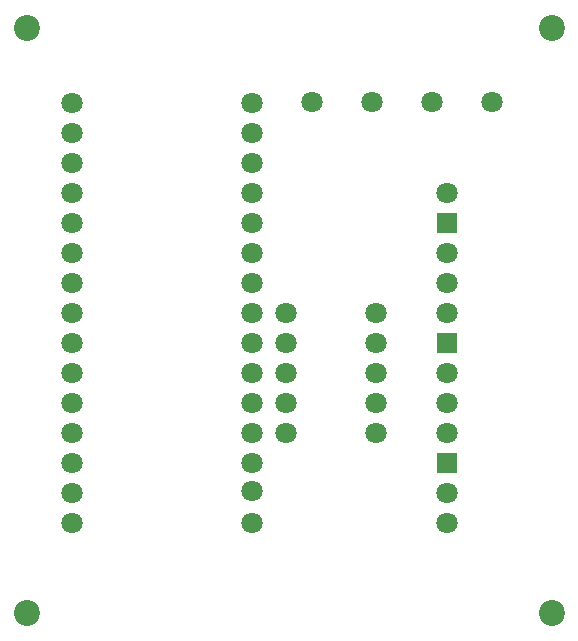
<source format=gts>
%TF.GenerationSoftware,KiCad,Pcbnew,9.0.0*%
%TF.CreationDate,2025-03-19T00:35:28-07:00*%
%TF.ProjectId,server,73657276-6572-42e6-9b69-6361645f7063,v0.2*%
%TF.SameCoordinates,Original*%
%TF.FileFunction,Soldermask,Top*%
%TF.FilePolarity,Negative*%
%FSLAX46Y46*%
G04 Gerber Fmt 4.6, Leading zero omitted, Abs format (unit mm)*
G04 Created by KiCad (PCBNEW 9.0.0) date 2025-03-19 00:35:28*
%MOMM*%
%LPD*%
G01*
G04 APERTURE LIST*
%ADD10C,1.800000*%
%ADD11R,1.800000X1.800000*%
%ADD12C,2.200000*%
G04 APERTURE END LIST*
D10*
%TO.C,RGB_LED_ROUND2*%
X162560000Y-97790000D03*
D11*
X162560000Y-100330000D03*
D10*
X162560000Y-102870000D03*
X162560000Y-105410000D03*
%TD*%
D12*
%TO.C,REF\u002A\u002A*%
X171450000Y-73660000D03*
%TD*%
D10*
%TO.C,R1*%
X148990000Y-97790000D03*
X156610000Y-97790000D03*
%TD*%
%TO.C,ESP32_Nano1*%
X130810000Y-80010000D03*
X130810000Y-82550000D03*
X130810000Y-85090000D03*
X130810000Y-87630000D03*
X130810000Y-90170000D03*
X130810000Y-92710000D03*
X130810000Y-95250000D03*
X130810000Y-97790000D03*
X130810000Y-100330000D03*
X130810000Y-102870000D03*
X130810000Y-105410000D03*
X130810000Y-107950000D03*
X130810000Y-110490000D03*
X130810000Y-113030000D03*
X130810000Y-115570000D03*
X146050000Y-115570000D03*
X146053472Y-112878102D03*
X146050000Y-110490000D03*
X146050000Y-107950000D03*
X146050000Y-105410000D03*
X146050000Y-102870000D03*
X146050000Y-100330000D03*
X146050000Y-97790000D03*
X146050000Y-95250000D03*
X146050000Y-92710000D03*
X146050000Y-90170000D03*
X146050000Y-87630000D03*
X146050000Y-85090000D03*
X146050000Y-82550000D03*
X146050000Y-80010000D03*
%TD*%
%TO.C,R3*%
X148990000Y-102870000D03*
X156610000Y-102870000D03*
%TD*%
%TO.C,R2*%
X148990000Y-100330000D03*
X156610000Y-100330000D03*
%TD*%
%TO.C,2_PIN_CONNECTOR2*%
X161290000Y-79910000D03*
X166370000Y-79910000D03*
%TD*%
%TO.C,RGB_LED_ROUND1*%
X162560000Y-87630000D03*
D11*
X162560000Y-90170000D03*
D10*
X162560000Y-92710000D03*
X162560000Y-95250000D03*
%TD*%
%TO.C,2_PIN_CONNECTOR1*%
X151130000Y-79910000D03*
X156210000Y-79910000D03*
%TD*%
D12*
%TO.C,REF\u002A\u002A*%
X127000000Y-73660000D03*
%TD*%
D10*
%TO.C,RGB_LED_ROUND3*%
X162550000Y-107950000D03*
D11*
X162550000Y-110490000D03*
D10*
X162550000Y-113030000D03*
X162550000Y-115570000D03*
%TD*%
%TO.C,R5*%
X148990000Y-107950000D03*
X156610000Y-107950000D03*
%TD*%
D12*
%TO.C,REF\u002A\u002A*%
X127000000Y-123190000D03*
%TD*%
%TO.C,REF\u002A\u002A*%
X171450000Y-123190000D03*
%TD*%
D10*
%TO.C,R4*%
X148990000Y-105410000D03*
X156610000Y-105410000D03*
%TD*%
M02*

</source>
